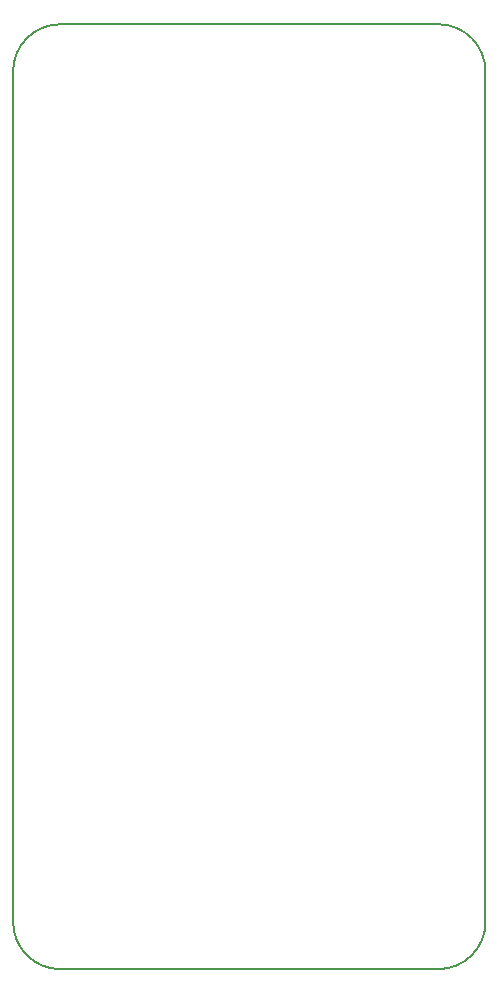
<source format=gbr>
%TF.GenerationSoftware,KiCad,Pcbnew,9.0.1-9.0.1-0~ubuntu24.04.1*%
%TF.CreationDate,2025-04-10T17:48:27-04:00*%
%TF.ProjectId,temperature_sensor,74656d70-6572-4617-9475-72655f73656e,rev?*%
%TF.SameCoordinates,Original*%
%TF.FileFunction,Profile,NP*%
%FSLAX46Y46*%
G04 Gerber Fmt 4.6, Leading zero omitted, Abs format (unit mm)*
G04 Created by KiCad (PCBNEW 9.0.1-9.0.1-0~ubuntu24.04.1) date 2025-04-10 17:48:27*
%MOMM*%
%LPD*%
G01*
G04 APERTURE LIST*
%TA.AperFunction,Profile*%
%ADD10C,0.200000*%
%TD*%
G04 APERTURE END LIST*
D10*
X160517000Y-52094000D02*
G75*
G02*
X164517000Y-56094000I0J-4000000D01*
G01*
X164517000Y-128094000D02*
G75*
G02*
X160517000Y-132094000I-4000000J0D01*
G01*
X160517000Y-132094000D02*
X128517000Y-132094000D01*
X164517000Y-56094000D02*
X164517000Y-128094000D01*
X124517000Y-128094000D02*
X124517000Y-56094000D01*
X128517000Y-132094000D02*
G75*
G02*
X124517000Y-128094000I0J4000000D01*
G01*
X124517000Y-56094000D02*
G75*
G02*
X128517000Y-52094000I4000000J0D01*
G01*
X128517000Y-52094000D02*
X160517000Y-52094000D01*
M02*

</source>
